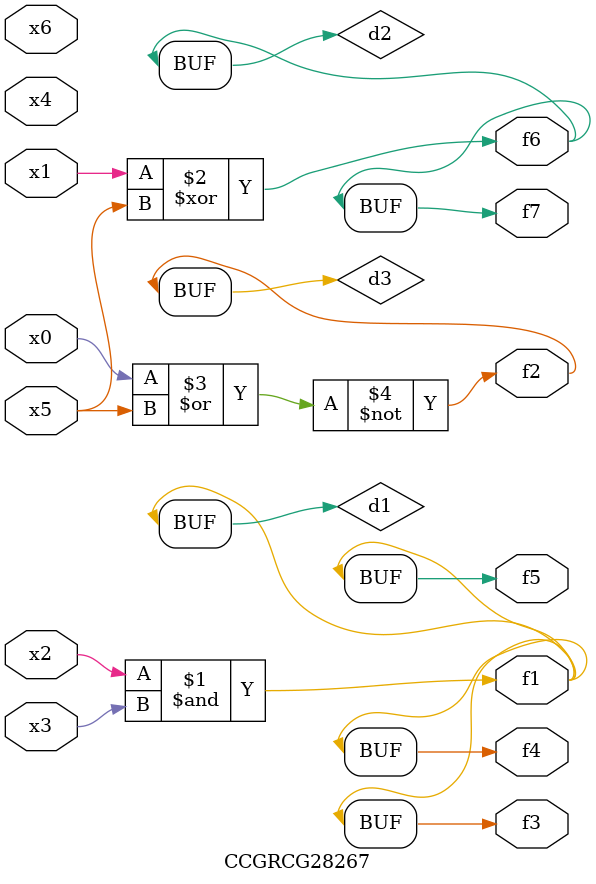
<source format=v>
module CCGRCG28267(
	input x0, x1, x2, x3, x4, x5, x6,
	output f1, f2, f3, f4, f5, f6, f7
);

	wire d1, d2, d3;

	and (d1, x2, x3);
	xor (d2, x1, x5);
	nor (d3, x0, x5);
	assign f1 = d1;
	assign f2 = d3;
	assign f3 = d1;
	assign f4 = d1;
	assign f5 = d1;
	assign f6 = d2;
	assign f7 = d2;
endmodule

</source>
